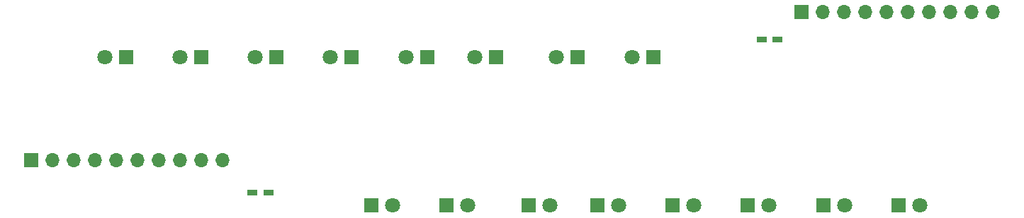
<source format=gts>
G04 #@! TF.GenerationSoftware,KiCad,Pcbnew,(5.1.6-0-10_14)*
G04 #@! TF.CreationDate,2021-08-31T11:09:41+09:00*
G04 #@! TF.ProjectId,qPCR-panel_led_20210831,71504352-2d70-4616-9e65-6c5f6c65645f,rev?*
G04 #@! TF.SameCoordinates,Original*
G04 #@! TF.FileFunction,Soldermask,Top*
G04 #@! TF.FilePolarity,Negative*
%FSLAX46Y46*%
G04 Gerber Fmt 4.6, Leading zero omitted, Abs format (unit mm)*
G04 Created by KiCad (PCBNEW (5.1.6-0-10_14)) date 2021-08-31 11:09:41*
%MOMM*%
%LPD*%
G01*
G04 APERTURE LIST*
%ADD10R,1.200000X0.750000*%
%ADD11R,1.800000X1.800000*%
%ADD12C,1.800000*%
%ADD13R,1.700000X1.700000*%
%ADD14O,1.700000X1.700000*%
G04 APERTURE END LIST*
D10*
G04 #@! TO.C,C1*
X94550000Y-71799640D03*
X96450000Y-71799640D03*
G04 #@! TD*
D11*
G04 #@! TO.C,D1*
X171730000Y-73321640D03*
D12*
X174270000Y-73321640D03*
G04 #@! TD*
G04 #@! TO.C,D2*
X165270000Y-73321640D03*
D11*
X162730000Y-73321640D03*
G04 #@! TD*
G04 #@! TO.C,D3*
X153730000Y-73321640D03*
D12*
X156270000Y-73321640D03*
G04 #@! TD*
G04 #@! TO.C,D4*
X147270000Y-73321640D03*
D11*
X144730000Y-73321640D03*
G04 #@! TD*
G04 #@! TO.C,D5*
X135730000Y-73321640D03*
D12*
X138270000Y-73321640D03*
G04 #@! TD*
G04 #@! TO.C,D6*
X130040000Y-73321640D03*
D11*
X127500000Y-73321640D03*
G04 #@! TD*
G04 #@! TO.C,D7*
X117730000Y-73321640D03*
D12*
X120270000Y-73321640D03*
G04 #@! TD*
G04 #@! TO.C,D8*
X111270000Y-73321640D03*
D11*
X108730000Y-73321640D03*
G04 #@! TD*
D13*
G04 #@! TO.C,U1*
X68134254Y-67921640D03*
D14*
X70674254Y-67921640D03*
X73214254Y-67921640D03*
X75754254Y-67921640D03*
X78294254Y-67921640D03*
X80834254Y-67921640D03*
X83374254Y-67921640D03*
X85914254Y-67921640D03*
X88454254Y-67921640D03*
X90994254Y-67921640D03*
G04 #@! TD*
D10*
G04 #@! TO.C,C1*
X157285000Y-53419640D03*
X155385000Y-53419640D03*
G04 #@! TD*
D11*
G04 #@! TO.C,D9*
X79405000Y-55521640D03*
D12*
X76865000Y-55521640D03*
G04 #@! TD*
G04 #@! TO.C,D10*
X85865000Y-55521640D03*
D11*
X88405000Y-55521640D03*
G04 #@! TD*
G04 #@! TO.C,D11*
X97405000Y-55521640D03*
D12*
X94865000Y-55521640D03*
G04 #@! TD*
G04 #@! TO.C,D12*
X103865000Y-55521640D03*
D11*
X106405000Y-55521640D03*
G04 #@! TD*
G04 #@! TO.C,D13*
X115405000Y-55521640D03*
D12*
X112865000Y-55521640D03*
G04 #@! TD*
G04 #@! TO.C,D14*
X121095000Y-55521640D03*
D11*
X123635000Y-55521640D03*
G04 #@! TD*
G04 #@! TO.C,D15*
X133405000Y-55521640D03*
D12*
X130865000Y-55521640D03*
G04 #@! TD*
G04 #@! TO.C,D16*
X139865000Y-55521640D03*
D11*
X142405000Y-55521640D03*
G04 #@! TD*
D13*
G04 #@! TO.C,U1*
X160140746Y-50121640D03*
D14*
X162680746Y-50121640D03*
X165220746Y-50121640D03*
X167760746Y-50121640D03*
X170300746Y-50121640D03*
X172840746Y-50121640D03*
X175380746Y-50121640D03*
X177920746Y-50121640D03*
X180460746Y-50121640D03*
X183000746Y-50121640D03*
G04 #@! TD*
M02*

</source>
